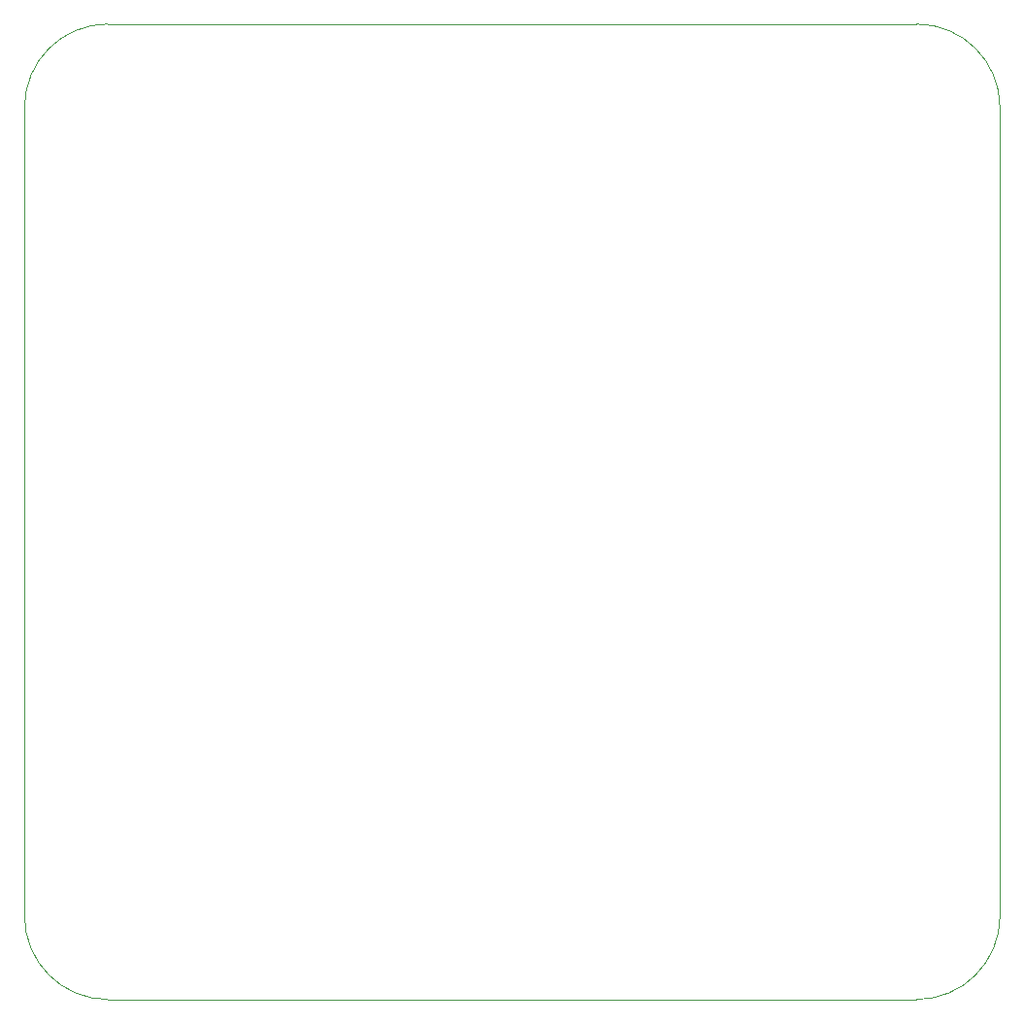
<source format=gbr>
%TF.GenerationSoftware,Altium Limited,Altium Designer,23.8.1 (32)*%
G04 Layer_Color=0*
%FSLAX26Y26*%
%MOIN*%
%TF.SameCoordinates,450A8218-6955-4517-B2CD-A7B35661065B*%
%TF.FilePolarity,Positive*%
%TF.FileFunction,Profile,NP*%
%TF.Part,Single*%
G01*
G75*
%TA.AperFunction,Profile*%
%ADD213C,0.001000*%
D213*
X-1675000Y-1388780D02*
Y1388780D01*
D02*
G02*
X-1388780Y1675000I286221J0D01*
G01*
X1388780D01*
D02*
G02*
X1675000Y1388780I0J-286221D01*
G01*
Y-1388780D01*
D02*
G02*
X1388780Y-1675000I-286221J0D01*
G01*
X-1388780D01*
D02*
G02*
X-1675000Y-1388780I0J286221D01*
G01*
%TF.MD5,9166f5ecb1bbabeb63b6e7aea2ac5d56*%
M02*

</source>
